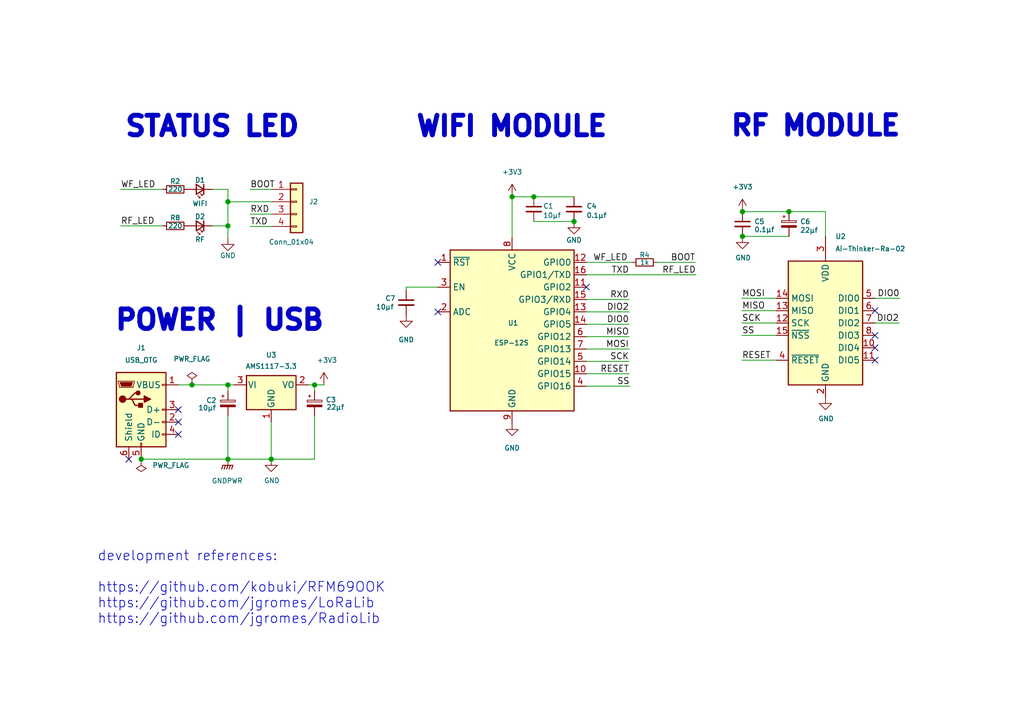
<source format=kicad_sch>
(kicad_sch (version 20211123) (generator eeschema)
  (paper "A5")
  (title_block (title "RF WiFi Bridge (bidirectional)") (date "2022-04-26") (rev "2.0") (company "Krzysztof Strehlau") (comment 1 "RF WiFi Bridge (bidirectional)") (comment 2 "ISM: LoRa, GFSK, OOK capable") (comment 3 "Receiver & Transmitter"))
  (lib_symbols
    (symbol "Connector:USB_OTG" (pin_names (offset 1.016))
      (property "Reference" "J" (at -5.08 11.43 0))
      (property "Value" "USB_OTG" (at -5.08 8.89 0))
      (symbol "USB_OTG_0_1"
        (rectangle (start -5.08 -7.62) (end 5.08 7.62) (stroke (width 0.254)) (fill (type background)))
        (circle (center -3.81 2.159) (radius 0.635) (stroke (width 0.254)) (fill (type outline)))
        (circle (center -0.635 3.429) (radius 0.381) (stroke (width 0.254)) (fill (type outline)))
        (rectangle (start -0.127 -7.62) (end 0.127 -6.858))
        (polyline (pts (xy -1.905 2.159) (xy 0.635 2.159)) (stroke (width 0.254)))
        (polyline (pts (xy -3.175 2.159) (xy -2.54 2.159) (xy -1.27 3.429) (xy -0.635 3.429)) (stroke (width 0.254)))
        (polyline (pts (xy -2.54 2.159) (xy -1.905 2.159) (xy -1.27 0.889) (xy 0 0.889)) (stroke (width 0.254)))
        (polyline (pts (xy 0.635 2.794) (xy 0.635 1.524) (xy 1.905 2.159) (xy 0.635 2.794)) (stroke (width 0.254)) (fill (type outline)))
        (polyline (pts (xy -4.318 5.588) (xy -1.778 5.588) (xy -2.032 4.826) (xy -4.064 4.826) (xy -4.318 5.588)) (fill (type outline)))
        (polyline (pts (xy -4.699 5.842) (xy -4.699 5.588) (xy -4.445 4.826) (xy -4.445 4.572) (xy -1.651 4.572) (xy -1.651 4.826) (xy -1.397 5.588) (xy -1.397 5.842) (xy -4.699 5.842)))
        (rectangle (start 0.254 1.27) (end -0.508 0.508) (stroke (width 0.254)) (fill (type outline)))
        (rectangle (start 5.08 -5.207) (end 4.318 -4.953))
        (rectangle (start 5.08 -2.667) (end 4.318 -2.413))
        (rectangle (start 5.08 -0.127) (end 4.318 0.127))
        (rectangle (start 5.08 4.953) (end 4.318 5.207))
      )
      (symbol "USB_OTG_1_1"
        (pin passive line (at 7.62 5.08 180) (length 2.54) (name "VBUS") (number "1"))
        (pin bidirectional line (at 7.62 -2.54 180) (length 2.54) (name "D-") (number "2"))
        (pin bidirectional line (at 7.62 0 180) (length 2.54) (name "D+") (number "3"))
        (pin passive line (at 7.62 -5.08 180) (length 2.54) (name "ID") (number "4"))
        (pin passive line (at 0 -10.16 90) (length 2.54) (name "GND") (number "5"))
        (pin passive line (at -2.54 -10.16 90) (length 2.54) (name "Shield") (number "6"))
      )
    )
    (symbol "Connector_Generic:Conn_01x04" (pin_names (offset 1.016) hide)
      (property "Reference" "J" (at 0 5.08 0))
      (property "Value" "Conn_01x04" (at 0 -7.62 0))
      (symbol "Conn_01x04_1_1"
        (rectangle (start -1.27 -4.953) (end 0 -5.207) (stroke (width 0.1524)))
        (rectangle (start -1.27 -2.413) (end 0 -2.667) (stroke (width 0.1524)))
        (rectangle (start -1.27 0.127) (end 0 -0.127) (stroke (width 0.1524)))
        (rectangle (start -1.27 2.667) (end 0 2.413) (stroke (width 0.1524)))
        (rectangle (start -1.27 3.81) (end 1.27 -6.35) (stroke (width 0.254)) (fill (type background)))
        (pin passive line (at -5.08 2.54 0) (length 3.81) (name "Pin_1") (number "1"))
        (pin passive line (at -5.08 0 0) (length 3.81) (name "Pin_2") (number "2"))
        (pin passive line (at -5.08 -2.54 0) (length 3.81) (name "Pin_3") (number "3"))
        (pin passive line (at -5.08 -5.08 0) (length 3.81) (name "Pin_4") (number "4"))
      )
    )
    (symbol "Device:C_Polarized_Small" (pin_numbers hide) (pin_names (offset 0.254) hide)
      (property "Reference" "C" (at 0.254 1.778 0))
      (property "Value" "C_Polarized_Small" (at 0.254 -2.032 0))
      (symbol "C_Polarized_Small_0_1"
        (rectangle (start -1.524 -0.3048) (end 1.524 -0.6858) (fill (type outline)))
        (rectangle (start -1.524 0.6858) (end 1.524 0.3048))
        (polyline (pts (xy -1.27 1.524) (xy -0.762 1.524)))
        (polyline (pts (xy -1.016 1.27) (xy -1.016 1.778)))
      )
      (symbol "C_Polarized_Small_1_1"
        (pin passive line (at 0 2.54 270) (length 1.8542) (name "~") (number "1"))
        (pin passive line (at 0 -2.54 90) (length 1.8542) (name "~") (number "2"))
      )
    )
    (symbol "Device:C_Small" (pin_numbers hide) (pin_names (offset 0.254) hide)
      (property "Reference" "C" (at 0.254 1.778 0))
      (property "Value" "C_Small" (at 0.254 -2.032 0))
      (symbol "C_Small_0_1"
        (polyline (pts (xy -1.524 -0.508) (xy 1.524 -0.508)) (stroke (width 0.3302)))
        (polyline (pts (xy -1.524 0.508) (xy 1.524 0.508)) (stroke (width 0.3048)))
      )
      (symbol "C_Small_1_1"
        (pin passive line (at 0 2.54 270) (length 2.032) (name "~") (number "1"))
        (pin passive line (at 0 -2.54 90) (length 2.032) (name "~") (number "2"))
      )
    )
    (symbol "Device:LED_Small" (pin_numbers hide) (pin_names (offset 0.254) hide)
      (property "Reference" "D" (at -1.27 3.175 0))
      (property "Value" "LED_Small" (at -4.445 -2.54 0))
      (symbol "LED_Small_0_1"
        (polyline (pts (xy -0.762 -1.016) (xy -0.762 1.016)) (stroke (width 0.254)))
        (polyline (pts (xy 1.016 0) (xy -0.762 0)))
        (polyline (pts (xy 0.762 -1.016) (xy -0.762 0) (xy 0.762 1.016) (xy 0.762 -1.016)) (stroke (width 0.254)))
        (polyline (pts (xy 0 0.762) (xy -0.508 1.27) (xy -0.254 1.27) (xy -0.508 1.27) (xy -0.508 1.016)))
        (polyline (pts (xy 0.508 1.27) (xy 0 1.778) (xy 0.254 1.778) (xy 0 1.778) (xy 0 1.524)))
      )
      (symbol "LED_Small_1_1"
        (pin passive line (at -2.54 0 0) (length 1.778) (name "K") (number "1"))
        (pin passive line (at 2.54 0 180) (length 1.778) (name "A") (number "2"))
      )
    )
    (symbol "Device:R_Small" (pin_numbers hide) (pin_names (offset 0.254) hide)
      (property "Reference" "R" (at 0.762 0.508 0))
      (property "Value" "R_Small" (at 0.762 -1.016 0))
      (symbol "R_Small_0_1"
        (rectangle (start -0.762 1.778) (end 0.762 -1.778) (stroke (width 0.2032)))
      )
      (symbol "R_Small_1_1"
        (pin passive line (at 0 2.54 270) (length 0.762) (name "~") (number "1"))
        (pin passive line (at 0 -2.54 90) (length 0.762) (name "~") (number "2"))
      )
    )
    (symbol "RF_Module:Ai-Thinker-Ra-02"
      (property "Reference" "U" (at 2.54 19.05 0))
      (property "Value" "Ai-Thinker-Ra-02" (at 13.97 -15.24 0))
      (symbol "Ai-Thinker-Ra-02_0_1"
        (rectangle (start -7.62 12.7) (end 7.62 -12.7) (stroke (width 0.254)) (fill (type background)))
      )
      (symbol "Ai-Thinker-Ra-02_1_1"
        (pin passive line (at 0 -15.24 90) (length 2.54) hide (name "GND") (number "1"))
        (pin bidirectional line (at 10.16 -5.08 180) (length 2.54) (name "DIO4") (number "10"))
        (pin bidirectional line (at 10.16 -7.62 180) (length 2.54) (name "DIO5") (number "11"))
        (pin input line (at -10.16 0 0) (length 2.54) (name "SCK") (number "12"))
        (pin output line (at -10.16 2.54 0) (length 2.54) (name "MISO") (number "13"))
        (pin input line (at -10.16 5.08 0) (length 2.54) (name "MOSI") (number "14"))
        (pin input line (at -10.16 -2.54 0) (length 2.54) (name "~{NSS}") (number "15"))
        (pin passive line (at 0 -15.24 90) (length 2.54) hide (name "GND") (number "16"))
        (pin power_in line (at 0 -15.24 90) (length 2.54) (name "GND") (number "2"))
        (pin power_in line (at 0 17.78 270) (length 5.08) (name "VDD") (number "3"))
        (pin input line (at -10.16 -7.62 0) (length 2.54) (name "~{RESET}") (number "4"))
        (pin bidirectional line (at 10.16 5.08 180) (length 2.54) (name "DIO0") (number "5"))
        (pin bidirectional line (at 10.16 2.54 180) (length 2.54) (name "DIO1") (number "6"))
        (pin bidirectional line (at 10.16 0 180) (length 2.54) (name "DIO2") (number "7"))
        (pin bidirectional line (at 10.16 -2.54 180) (length 2.54) (name "DIO3") (number "8"))
        (pin passive line (at 0 -15.24 90) (length 2.54) hide (name "GND") (number "9"))
      )
    )
    (symbol "RF_Module:ESP-07"
      (property "Reference" "U" (at -12.7 19.05 0))
      (property "Value" "ESP-07" (at 12.7 19.05 0))
      (symbol "ESP-07_0_1"
        (rectangle (start -12.7 17.78) (end 12.7 -15.24) (stroke (width 0.254)) (fill (type background)))
      )
      (symbol "ESP-07_1_1"
        (pin input line (at -15.24 15.24 0) (length 2.54) (name "~{RST}") (number "1"))
        (pin bidirectional line (at 15.24 -7.62 180) (length 2.54) (name "GPIO15") (number "10"))
        (pin bidirectional line (at 15.24 10.16 180) (length 2.54) (name "GPIO2") (number "11"))
        (pin bidirectional line (at 15.24 15.24 180) (length 2.54) (name "GPIO0") (number "12"))
        (pin bidirectional line (at 15.24 5.08 180) (length 2.54) (name "GPIO4") (number "13"))
        (pin bidirectional line (at 15.24 2.54 180) (length 2.54) (name "GPIO5") (number "14"))
        (pin bidirectional line (at 15.24 7.62 180) (length 2.54) (name "GPIO3/RXD") (number "15"))
        (pin bidirectional line (at 15.24 12.7 180) (length 2.54) (name "GPIO1/TXD") (number "16"))
        (pin input line (at -15.24 5.08 0) (length 2.54) (name "ADC") (number "2"))
        (pin input line (at -15.24 10.16 0) (length 2.54) (name "EN") (number "3"))
        (pin bidirectional line (at 15.24 -10.16 180) (length 2.54) (name "GPIO16") (number "4"))
        (pin bidirectional line (at 15.24 -5.08 180) (length 2.54) (name "GPIO14") (number "5"))
        (pin bidirectional line (at 15.24 0 180) (length 2.54) (name "GPIO12") (number "6"))
        (pin bidirectional line (at 15.24 -2.54 180) (length 2.54) (name "GPIO13") (number "7"))
        (pin power_in line (at 0 20.32 270) (length 2.54) (name "VCC") (number "8"))
        (pin power_in line (at 0 -17.78 90) (length 2.54) (name "GND") (number "9"))
      )
    )
    (symbol "Regulator_Linear:AMS1117-3.3" (pin_names (offset 0.254))
      (property "Reference" "U" (at -3.81 3.175 0))
      (property "Value" "AMS1117-3.3" (at 0 3.175 0))
      (symbol "AMS1117-3.3_0_1"
        (rectangle (start -5.08 -5.08) (end 5.08 1.905) (stroke (width 0.254)) (fill (type background)))
      )
      (symbol "AMS1117-3.3_1_1"
        (pin power_in line (at 0 -7.62 90) (length 2.54) (name "GND") (number "1"))
        (pin power_out line (at 7.62 0 180) (length 2.54) (name "VO") (number "2"))
        (pin power_in line (at -7.62 0 0) (length 2.54) (name "VI") (number "3"))
      )
    )
    (symbol "power:+3V3" (power) (pin_names (offset 0))
      (property "Value" "+3V3" (at 0 3.556 0))
      (symbol "+3V3_0_1"
        (polyline (pts (xy -0.762 1.27) (xy 0 2.54)))
        (polyline (pts (xy 0 0) (xy 0 2.54)))
        (polyline (pts (xy 0 2.54) (xy 0.762 1.27)))
      )
      (symbol "+3V3_1_1"
        (pin power_in line (at 0 0 90) (length 0) hide (name "+3V3") (number "1"))
      )
    )
    (symbol "power:GND" (power) (pin_names (offset 0))
      (property "Value" "GND" (at 0 -3.81 0))
      (symbol "GND_0_1"
        (polyline (pts (xy 0 0) (xy 0 -1.27) (xy 1.27 -1.27) (xy 0 -2.54) (xy -1.27 -1.27) (xy 0 -1.27)))
      )
      (symbol "GND_1_1"
        (pin power_in line (at 0 0 270) (length 0) hide (name "GND") (number "1"))
      )
    )
    (symbol "power:GNDPWR" (power) (pin_names (offset 0))
      (property "Value" "GNDPWR" (at 0 -3.302 0))
      (symbol "GNDPWR_0_1"
        (polyline (pts (xy 0 -1.27) (xy 0 0)))
        (polyline (pts (xy -1.016 -1.27) (xy -1.27 -2.032) (xy -1.27 -2.032)) (stroke (width 0.2032)))
        (polyline (pts (xy -0.508 -1.27) (xy -0.762 -2.032) (xy -0.762 -2.032)) (stroke (width 0.2032)))
        (polyline (pts (xy 0 -1.27) (xy -0.254 -2.032) (xy -0.254 -2.032)) (stroke (width 0.2032)))
        (polyline (pts (xy 0.508 -1.27) (xy 0.254 -2.032) (xy 0.254 -2.032)) (stroke (width 0.2032)))
        (polyline (pts (xy 1.016 -1.27) (xy -1.016 -1.27) (xy -1.016 -1.27)) (stroke (width 0.2032)))
        (polyline (pts (xy 1.016 -1.27) (xy 0.762 -2.032) (xy 0.762 -2.032) (xy 0.762 -2.032)) (stroke (width 0.2032)))
      )
      (symbol "GNDPWR_1_1"
        (pin power_in line (at 0 0 270) (length 0) hide (name "GNDPWR") (number "1"))
      )
    )
    (symbol "power:PWR_FLAG" (power) (pin_numbers hide) (pin_names (offset 0) hide)
      (property "Value" "PWR_FLAG" (at 0 3.81 0))
      (symbol "PWR_FLAG_0_0"
        (pin power_out line (at 0 0 90) (length 0) (name "pwr") (number "1"))
      )
      (symbol "PWR_FLAG_0_1"
        (polyline (pts (xy 0 0) (xy 0 1.27) (xy -1.016 1.905) (xy 0 2.54) (xy 1.016 1.905) (xy 0 1.27)))
      )
    )
  )
  (junction (at 46.736 94.234))
  (junction (at 105.029 40.386))
  (junction (at 161.798 43.434))
  (junction (at 46.736 41.402))
  (junction (at 152.273 48.514))
  (junction (at 46.736 46.355))
  (junction (at 64.516 78.994))
  (junction (at 46.736 78.994))
  (junction (at 55.626 94.234))
  (junction (at 28.956 94.234))
  (junction (at 109.474 40.386))
  (junction (at 152.273 43.434))
  (junction (at 117.729 45.466))
  (junction (at 39.37 78.994))
  (no_connect (at 179.451 68.834))
  (no_connect (at 179.451 71.374))
  (no_connect (at 179.451 73.914))
  (no_connect (at 36.576 86.614))
  (no_connect (at 36.576 84.074))
  (no_connect (at 36.576 89.154))
  (no_connect (at 89.789 64.008))
  (no_connect (at 26.416 94.234))
  (no_connect (at 179.451 63.754))
  (no_connect (at 120.269 58.928))
  (no_connect (at 89.789 53.848))
  (wire (pts (xy 109.474 40.386) (xy 117.729 40.386)))
  (wire (pts (xy 120.269 76.708) (xy 129.032 76.708)))
  (wire (pts (xy 51.308 43.942) (xy 55.753 43.942)))
  (wire (pts (xy 152.146 66.294) (xy 159.131 66.294)))
  (wire (pts (xy 120.269 53.848) (xy 129.667 53.848)))
  (wire (pts (xy 152.146 63.754) (xy 159.131 63.754)))
  (wire (pts (xy 51.308 38.862) (xy 55.753 38.862)))
  (wire (pts (xy 83.312 58.928) (xy 83.312 59.563)))
  (wire (pts (xy 105.029 40.386) (xy 105.029 48.768)))
  (wire (pts (xy 46.736 85.344) (xy 46.736 94.234)))
  (wire (pts (xy 169.291 43.434) (xy 161.798 43.434)))
  (wire (pts (xy 152.146 61.214) (xy 159.131 61.214)))
  (wire (pts (xy 120.269 66.548) (xy 129.032 66.548)))
  (wire (pts (xy 120.269 56.388) (xy 142.748 56.388)))
  (wire (pts (xy 46.736 38.862) (xy 46.736 41.402)))
  (wire (pts (xy 46.736 78.994) (xy 48.006 78.994)))
  (wire (pts (xy 66.421 78.994) (xy 64.516 78.994)))
  (wire (pts (xy 63.246 78.994) (xy 64.516 78.994)))
  (wire (pts (xy 64.516 94.234) (xy 55.626 94.234)))
  (wire (pts (xy 152.146 68.834) (xy 159.131 68.834)))
  (wire (pts (xy 36.576 78.994) (xy 39.37 78.994)))
  (wire (pts (xy 24.765 38.862) (xy 33.401 38.862)))
  (wire (pts (xy 46.736 41.402) (xy 55.753 41.402)))
  (wire (pts (xy 120.269 61.468) (xy 129.032 61.468)))
  (wire (pts (xy 55.626 86.614) (xy 55.626 94.234)))
  (wire (pts (xy 120.269 79.248) (xy 129.159 79.248)))
  (wire (pts (xy 28.956 94.234) (xy 46.736 94.234)))
  (wire (pts (xy 169.291 43.434) (xy 169.291 48.514)))
  (wire (pts (xy 105.029 40.386) (xy 109.474 40.386)))
  (wire (pts (xy 43.561 46.355) (xy 46.736 46.355)))
  (wire (pts (xy 120.269 71.628) (xy 129.032 71.628)))
  (wire (pts (xy 24.765 46.355) (xy 33.401 46.355)))
  (wire (pts (xy 179.451 66.294) (xy 184.404 66.294)))
  (wire (pts (xy 120.269 64.008) (xy 129.032 64.008)))
  (wire (pts (xy 152.273 48.514) (xy 161.798 48.514)))
  (wire (pts (xy 120.269 74.168) (xy 129.032 74.168)))
  (wire (pts (xy 134.747 53.848) (xy 142.621 53.848)))
  (wire (pts (xy 46.736 94.234) (xy 55.626 94.234)))
  (wire (pts (xy 64.516 85.344) (xy 64.516 94.234)))
  (wire (pts (xy 39.37 78.994) (xy 46.736 78.994)))
  (wire (pts (xy 179.451 61.214) (xy 184.531 61.214)))
  (wire (pts (xy 64.516 78.994) (xy 64.516 80.264)))
  (wire (pts (xy 89.789 58.928) (xy 83.312 58.928)))
  (wire (pts (xy 43.561 38.862) (xy 46.736 38.862)))
  (wire (pts (xy 46.736 78.994) (xy 46.736 80.264)))
  (wire (pts (xy 152.273 43.434) (xy 161.798 43.434)))
  (wire (pts (xy 46.736 46.355) (xy 46.736 48.895)))
  (wire (pts (xy 109.474 45.466) (xy 117.729 45.466)))
  (wire (pts (xy 120.269 69.088) (xy 129.032 69.088)))
  (wire (pts (xy 51.308 46.482) (xy 55.753 46.482)))
  (wire (pts (xy 152.146 73.914) (xy 159.131 73.914)))
  (wire (pts (xy 46.736 41.402) (xy 46.736 46.355)))
  (text "RF MODULE" (at 149.479 28.321 0) (effects (font (size 4 4) (thickness 1) bold) (justify left bottom)))
  (text "development references:\n\nhttps://github.com/kobuki/RFM69OOK\nhttps://github.com/jgromes/LoRaLib\nhttps://github.com/jgromes/RadioLib" (at 19.939 128.27 0) (effects (font (size 2 2)) (justify left bottom)))
  (text "STATUS LED" (at 25.273 28.448 0) (effects (font (size 4 4) (thickness 1) bold) (justify left bottom)))
  (text "WIFI MODULE" (at 84.963 28.448 0) (effects (font (size 4 4) (thickness 1) bold) (justify left bottom)))
  (text "POWER | USB" (at 23.241 68.199 0) (effects (font (size 4 4) (thickness 1) bold) (justify left bottom)))
  (label "BOOT" (at 142.621 53.848 180))
  (label "TXD" (at 129.032 56.388 180))
  (label "WF_LED" (at 128.778 53.848 180))
  (label "TXD" (at 51.308 46.482 0))
  (label "MISO" (at 152.146 63.754 0))
  (label "DIO0" (at 184.531 61.214 180))
  (label "DIO2" (at 129.032 64.008 180))
  (label "RF_LED" (at 24.765 46.355 0))
  (label "SS" (at 152.146 68.834 0))
  (label "SCK" (at 152.146 66.294 0))
  (label "DIO0" (at 129.032 66.548 180))
  (label "RESET" (at 152.146 73.914 0))
  (label "MOSI" (at 129.032 71.628 180))
  (label "RXD" (at 129.032 61.468 180))
  (label "RESET" (at 129.032 76.708 180))
  (label "WF_LED" (at 24.765 38.862 0))
  (label "RF_LED" (at 142.748 56.388 180))
  (label "MISO" (at 129.032 69.088 180))
  (label "BOOT" (at 51.308 38.862 0))
  (label "MOSI" (at 152.146 61.214 0))
  (label "SS" (at 129.159 79.248 180))
  (label "SCK" (at 129.032 74.168 180))
  (label "DIO2" (at 184.404 66.294 180))
  (label "RXD" (at 51.308 43.942 0))
  (symbol (lib_id "power:GND") (at 55.626 94.234 0) (unit 1)
    (property "Reference" "#PWR0105" (effects hide))
    (property "Value" "GND" (at 55.753 98.6282 0) (effects (font (size 1 1))))
  )
  (symbol (lib_id "Connector_Generic:Conn_01x04") (at 60.833 41.402 0) (unit 1)
    (property "Reference" "J2" (at 63.373 41.4019 0) (effects (font (size 1 1)) (justify left)))
    (property "Value" "Conn_01x04" (at 55.118 49.657 0) (effects (font (size 1 1)) (justify left)))
    (property "Footprint" "Connector_PinHeader_2.54mm:PinHeader_1x04_P2.54mm_Vertical" (effects hide))
  )
  (symbol (lib_id "power:PWR_FLAG") (at 39.37 78.994 0) (unit 1)
    (property "Reference" "#FLG0101" (effects hide))
    (property "Value" "PWR_FLAG" (at 39.37 73.66 0) (effects (font (size 1 1))))
  )
  (symbol (lib_id "Device:R_Small") (at 35.941 38.862 270) (unit 1)
    (property "Reference" "R2" (at 35.941 37.211 90) (effects (font (size 1 1))))
    (property "Value" "220" (at 35.941 38.862 90) (effects (font (size 1 1))))
    (property "Footprint" "Resistor_SMD:R_1206_3216Metric" (effects hide))
    (property "LCSC" "C17948" (effects hide))
  )
  (symbol (lib_id "Device:C_Polarized_Small") (at 64.516 82.804 0) (unit 1)
    (property "Reference" "C3" (at 66.802 82.042 0) (effects (font (size 1 1)) (justify left)))
    (property "Value" "22µf" (at 66.929 83.566 0) (effects (font (size 1 1)) (justify left)))
    (property "Footprint" "Capacitor_Tantalum_SMD:CP_EIA-3216-10_Kemet-I" (effects hide))
    (property "LCSC" "C126946" (effects hide))
  )
  (symbol (lib_id "Device:C_Small") (at 117.729 42.926 0) (unit 1)
    (property "Reference" "C4" (at 120.269 42.291 0) (effects (font (size 1 1)) (justify left)))
    (property "Value" "0.1µf" (at 120.269 44.196 0) (effects (font (size 1 1)) (justify left)))
    (property "Footprint" "Capacitor_SMD:C_1206_3216Metric" (effects hide))
  )
  (symbol (lib_id "power:GNDPWR") (at 46.736 94.234 0) (unit 1)
    (property "Reference" "#PWR0103" (effects hide))
    (property "Value" "GNDPWR" (at 46.609 98.679 0) (effects (font (size 1 1))))
  )
  (symbol (lib_id "Device:R_Small") (at 35.941 46.355 270) (unit 1)
    (property "Reference" "R8" (at 35.941 44.704 90) (effects (font (size 1 1))))
    (property "Value" "220" (at 35.941 46.355 90) (effects (font (size 1 1))))
    (property "Footprint" "Resistor_SMD:R_1206_3216Metric" (effects hide))
    (property "LCSC" "C17948" (effects hide))
  )
  (symbol (lib_id "power:+3V3") (at 152.273 43.434 0) (unit 1)
    (property "Reference" "#PWR0102" (effects hide))
    (property "Value" "+3V3" (at 152.273 38.354 0) (effects (font (size 1 1))))
  )
  (symbol (lib_id "power:+3V3") (at 66.421 78.994 0) (unit 1)
    (property "Reference" "#PWR0108" (effects hide))
    (property "Value" "+3V3" (at 67.056 73.914 0) (effects (font (size 1 1))))
  )
  (symbol (lib_id "Device:C_Polarized_Small") (at 46.736 82.804 0) (unit 1)
    (property "Reference" "C2" (at 42.291 82.169 0) (effects (font (size 1 1)) (justify left)))
    (property "Value" "10µf" (at 40.64 83.693 0) (effects (font (size 1 1)) (justify left)))
    (property "Footprint" "Capacitor_Tantalum_SMD:CP_EIA-3216-10_Kemet-I" (effects hide))
    (property "LCSC" "C126946" (effects hide))
  )
  (symbol (lib_id "Device:C_Small") (at 109.474 42.926 0) (unit 1)
    (property "Reference" "C1" (at 111.379 42.291 0) (effects (font (size 1 1)) (justify left)))
    (property "Value" "10µf" (at 111.379 44.196 0) (effects (font (size 1 1)) (justify left)))
    (property "Footprint" "Capacitor_SMD:C_1206_3216Metric" (effects hide))
    (property "LCSC" "C126946" (effects hide))
  )
  (symbol (lib_id "Device:C_Small") (at 152.273 45.974 0) (unit 1)
    (property "Reference" "C5" (at 154.686 45.466 0) (effects (font (size 1 1)) (justify left)))
    (property "Value" "0.1µf" (at 154.686 47.117 0) (effects (font (size 1 1)) (justify left)))
    (property "Footprint" "Capacitor_SMD:C_1206_3216Metric" (effects hide))
  )
  (symbol (lib_id "power:GND") (at 83.312 64.643 0) (unit 1)
    (property "Reference" "#PWR0109" (effects hide))
    (property "Value" "GND" (at 83.312 69.723 0) (effects (font (size 1 1))))
  )
  (symbol (lib_id "power:+3V3") (at 105.029 40.386 0) (unit 1)
    (property "Reference" "#PWR01" (effects hide))
    (property "Value" "+3V3" (at 105.029 35.306 0) (effects (font (size 1 1))))
  )
  (symbol (lib_id "Device:C_Small") (at 83.312 62.103 0) (unit 1)
    (property "Reference" "C7" (at 78.994 61.214 0) (effects (font (size 1 1)) (justify left)))
    (property "Value" "10µf" (at 77.089 62.992 0) (effects (font (size 1 1)) (justify left)))
    (property "Footprint" "Capacitor_SMD:C_1206_3216Metric" (effects hide))
    (property "LCSC" "C126946" (effects hide))
  )
  (symbol (lib_id "Device:C_Polarized_Small") (at 161.798 45.974 0) (unit 1)
    (property "Reference" "C6" (at 164.084 45.466 0) (effects (font (size 1 1)) (justify left)))
    (property "Value" "22µf" (at 164.084 47.244 0) (effects (font (size 1 1)) (justify left)))
    (property "Footprint" "Capacitor_Tantalum_SMD:CP_EIA-3216-10_Kemet-I" (effects hide))
    (property "LCSC" "C126946" (effects hide))
  )
  (symbol (lib_id "RF_Module:Ai-Thinker-Ra-02") (at 169.291 66.294 0) (unit 1)
    (property "Reference" "U2" (at 171.3104 48.514 0) (effects (font (size 1 1)) (justify left)))
    (property "Value" "Ai-Thinker-Ra-02" (at 171.3104 51.054 0) (effects (font (size 1 1)) (justify left)))
    (property "Footprint" "RF_Module:Ai-Thinker-Ra-01-LoRa" (effects hide))
    (property "Datasheet" "http://wiki.ai-thinker.com/_media/lora/docs/c048ps01a1_ra-02_product_specification_v1.1.pdf" (effects hide))
  )
  (symbol (lib_id "power:GND") (at 105.029 86.868 0) (unit 1)
    (property "Reference" "#PWR02" (effects hide))
    (property "Value" "GND" (at 105.029 91.948 0) (effects (font (size 1 1))))
  )
  (symbol (lib_id "Connector:USB_OTG") (at 28.956 84.074 0) (unit 1)
    (property "Reference" "J1" (at 28.956 71.374 0) (effects (font (size 1 1))))
    (property "Value" "USB_OTG" (at 28.956 73.914 0) (effects (font (size 1 1))))
    (property "Footprint" "Connector_USB:USB_Micro-B_Molex-105017-0001" (effects hide))
    (property "Datasheet" " ~" (effects hide))
  )
  (symbol (lib_id "Device:LED_Small") (at 41.021 46.355 180) (unit 1)
    (property "Reference" "D2" (at 41.021 44.45 0) (effects (font (size 1 1))))
    (property "Value" "RF" (at 41.021 49.149 0) (effects (font (size 1 1))))
    (property "Footprint" "LED_SMD:LED_1206_3216Metric" (effects hide))
    (property "LCSC" "C375459" (effects hide))
  )
  (symbol (lib_id "power:GND") (at 152.273 48.514 0) (unit 1)
    (property "Reference" "#PWR0106" (effects hide))
    (property "Value" "GND" (at 152.4 52.9082 0) (effects (font (size 1 1))))
  )
  (symbol (lib_id "power:PWR_FLAG") (at 28.956 94.234 180) (unit 1)
    (property "Reference" "#FLG0102" (effects hide))
    (property "Value" "PWR_FLAG" (at 31.242 95.5039 0) (effects (font (size 1 1)) (justify right)))
  )
  (symbol (lib_id "Device:R_Small") (at 132.207 53.848 90) (unit 1)
    (property "Reference" "R4" (at 132.207 52.324 90) (effects (font (size 1 1))))
    (property "Value" "1k" (at 132.207 53.848 90) (effects (font (size 1 1))))
    (property "Footprint" "Resistor_SMD:R_1206_3216Metric" (effects hide))
    (property "LCSC" "C1489" (effects hide))
  )
  (symbol (lib_id "Regulator_Linear:AMS1117-3.3") (at 55.626 78.994 0) (unit 1)
    (property "Reference" "U3" (at 55.626 72.8472 0) (effects (font (size 1 1))))
    (property "Value" "AMS1117-3.3" (at 55.626 75.1586 0) (effects (font (size 1 1))))
    (property "Footprint" "Package_TO_SOT_SMD:SOT-223-3_TabPin2" (effects hide))
    (property "Datasheet" "http://www.advanced-monolithic.com/pdf/ds1117.pdf" (effects hide))
    (property "LCSC" "C6186" (effects hide))
  )
  (symbol (lib_id "power:GND") (at 46.736 48.895 0) (unit 1)
    (property "Reference" "#PWR0104" (effects hide))
    (property "Value" "GND" (at 46.736 52.451 0) (effects (font (size 1 1))))
  )
  (symbol (lib_id "Device:LED_Small") (at 41.021 38.862 180) (unit 1)
    (property "Reference" "D1" (at 41.021 36.957 0) (effects (font (size 1 1))))
    (property "Value" "WIFI" (at 41.021 41.783 0) (effects (font (size 1 1))))
    (property "Footprint" "LED_SMD:LED_1206_3216Metric" (effects hide))
    (property "LCSC" "C375459" (effects hide))
  )
  (symbol (lib_id "power:GND") (at 169.291 81.534 0) (unit 1)
    (property "Reference" "#PWR0101" (effects hide))
    (property "Value" "GND" (at 169.418 85.9282 0) (effects (font (size 1 1))))
  )
  (symbol (lib_id "RF_Module:ESP-07") (at 105.029 69.088 0) (unit 1)
    (property "Reference" "U1" (at 104.14 66.294 0) (effects (font (size 1 1)) (justify left)))
    (property "Value" "ESP-12S" (at 101.346 70.358 0) (effects (font (size 1 1)) (justify left)))
    (property "Footprint" "RF_Module:ESP-07" (effects hide))
    (property "Datasheet" "http://wiki.ai-thinker.com/_media/esp8266/esp8266_series_modules_user_manual_v1.1.pdf" (effects hide))
  )
  (symbol (lib_id "power:GND") (at 117.729 45.466 0) (unit 1)
    (property "Reference" "#PWR0107" (effects hide))
    (property "Value" "GND" (at 117.729 49.276 0) (effects (font (size 1 1))))
  )
)
</source>
